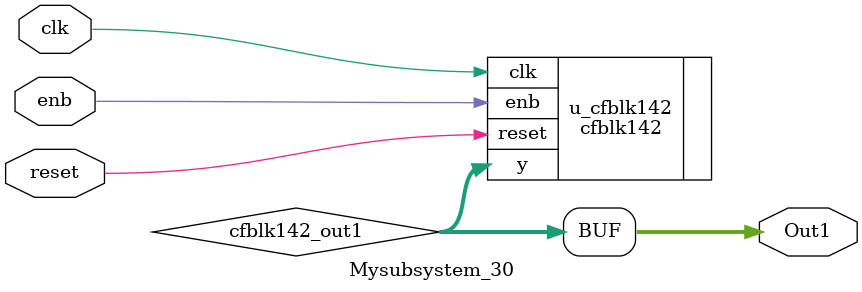
<source format=v>



`timescale 1 ns / 1 ns

module Mysubsystem_30
          (clk,
           reset,
           enb,
           Out1);


  input   clk;
  input   reset;
  input   enb;
  output  [7:0] Out1;  // uint8


  wire [7:0] cfblk142_out1;  // uint8


  cfblk142 u_cfblk142 (.clk(clk),
                       .reset(reset),
                       .enb(enb),
                       .y(cfblk142_out1)  // uint8
                       );

  assign Out1 = cfblk142_out1;

endmodule  // Mysubsystem_30


</source>
